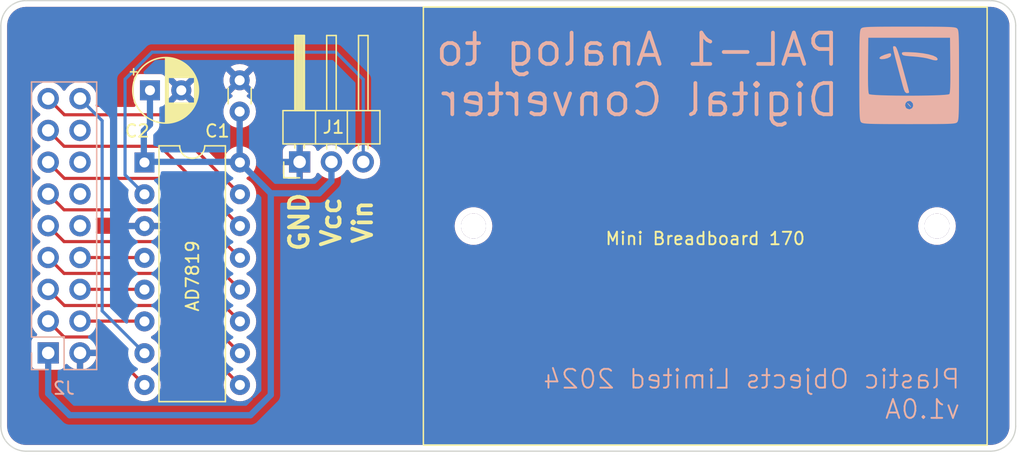
<source format=kicad_pcb>
(kicad_pcb (version 20221018) (generator pcbnew)
  (layers (0 "F.Cu" signal) (31 "B.Cu" signal) (34 "B.Paste" user) (35 "F.Paste" user) (36 "B.SilkS" user "B.Silkscreen") (37 "F.SilkS" user "F.Silkscreen") (38 "B.Mask" user) (39 "F.Mask" user) (44 "Edge.Cuts" user))
  (net 0 "")
  (net 1 "VCC")
  (net 2 "GND")
  (net 3 "PB0")
  (net 4 "PA0")
  (net 5 "PB1")
  (net 6 "PA1")
  (net 7 "PB2")
  (net 8 "PA2")
  (net 9 "Net-(J1-Pin_3)")
  (net 10 "PB3")
  (net 12 "PB4")
  (net 14 "PB5")
  (net 16 "PB6")
  (net 17 "PB7")
  (net 18 "PA7")
  (footprint "Package_DIP:DIP-16_W7.62mm" (layer "F.Cu") (at 124.46 71.9328)
    (fp_text reference "U1" hide)
    (fp_text value "AD7819" (at 3.8354 9.0678 90) (layer "F.SilkS"))
    (fp_line (start 1.16 -1.33) (end 1.16 19.11) (stroke (width 0.12)) (layer "F.SilkS"))
    (fp_line (start 1.16 19.11) (end 6.46 19.11) (stroke (width 0.12)) (layer "F.SilkS"))
    (fp_line (start 2.81 -1.33) (end 1.16 -1.33) (stroke (width 0.12)) (layer "F.SilkS"))
    (fp_line (start 6.46 -1.33) (end 4.81 -1.33) (stroke (width 0.12)) (layer "F.SilkS"))
    (fp_line (start 6.46 19.11) (end 6.46 -1.33) (stroke (width 0.12)) (layer "F.SilkS"))
    (fp_arc (start 4.81 -1.33) (mid 3.81 -0.33) (end 2.81 -1.33) (stroke (width 0.12)) (layer "F.SilkS"))
    (pad "1" thru_hole rect (at 0 0) (size 1.6 1.6) (drill 0.8) (layers "*.Cu" "*.Mask") (net 1 "VCC"))
    (pad "2" thru_hole oval (at 0 2.54) (size 1.6 1.6) (drill 0.8) (layers "*.Cu" "*.Mask") (net 9 "Net-(J1-Pin_3)"))
    (pad "3" thru_hole oval (at 0 5.08) (size 1.6 1.6) (drill 0.8) (layers "*.Cu" "*.Mask") (net 2 "GND"))
    (pad "4" thru_hole oval (at 0 7.62) (size 1.6 1.6) (drill 0.8) (layers "*.Cu" "*.Mask") (net 8 "PA2"))
    (pad "5" thru_hole oval (at 0 10.16) (size 1.6 1.6) (drill 0.8) (layers "*.Cu" "*.Mask") (net 6 "PA1"))
    (pad "6" thru_hole oval (at 0 12.7) (size 1.6 1.6) (drill 0.8) (layers "*.Cu" "*.Mask") (net 4 "PA0"))
    (pad "7" thru_hole oval (at 0 15.24) (size 1.6 1.6) (drill 0.8) (layers "*.Cu" "*.Mask") (net 18 "PA7"))
    (pad "8" thru_hole oval (at 0 17.78) (size 1.6 1.6) (drill 0.8) (layers "*.Cu" "*.Mask") (net 3 "PB0"))
    (pad "9" thru_hole oval (at 7.62 17.78) (size 1.6 1.6) (drill 0.8) (layers "*.Cu" "*.Mask") (net 5 "PB1"))
    (pad "10" thru_hole oval (at 7.62 15.24) (size 1.6 1.6) (drill 0.8) (layers "*.Cu" "*.Mask") (net 7 "PB2"))
    (pad "11" thru_hole oval (at 7.62 12.7) (size 1.6 1.6) (drill 0.8) (layers "*.Cu" "*.Mask") (net 10 "PB3"))
    (pad "12" thru_hole oval (at 7.62 10.16) (size 1.6 1.6) (drill 0.8) (layers "*.Cu" "*.Mask") (net 12 "PB4"))
    (pad "13" thru_hole oval (at 7.62 7.62) (size 1.6 1.6) (drill 0.8) (layers "*.Cu" "*.Mask") (net 14 "PB5"))
    (pad "14" thru_hole oval (at 7.62 5.08) (size 1.6 1.6) (drill 0.8) (layers "*.Cu" "*.Mask") (net 16 "PB6"))
    (pad "15" thru_hole oval (at 7.62 2.54) (size 1.6 1.6) (drill 0.8) (layers "*.Cu" "*.Mask") (net 17 "PB7"))
    (pad "16" thru_hole oval (at 7.62 0) (size 1.6 1.6) (drill 0.8) (layers "*.Cu" "*.Mask") (net 1 "VCC"))
  )
  (footprint "Proto:Mini Breadboard 170" (layer "F.Cu") (at 169.2222 77.0128)
    (fp_text reference "BB1" hide)
    (fp_text value "Mini Breadboard 170" (at 0 1 unlocked) (layer "F.SilkS"))
    (fp_rect (start -22.5 -17.5) (end 22.5 17.5) (stroke (width 0.12)) (fill none) (layer "F.SilkS"))
    (pad "" np_thru_hole custom (at -18.5 0) (size 2 2) (drill 2) (layers "F&B.Cu" "*.Mask") (options (clearance outline) (anchor circle)) (primitives))
    (pad "" np_thru_hole custom (at 18.5 0) (size 2 2) (drill 2) (layers "F&B.Cu" "*.Mask") (options (clearance outline) (anchor circle)) (primitives))
  )
  (footprint "Connector_PinHeader_2.54mm:PinHeader_1x03_P2.54mm_Horizontal" (layer "F.Cu") (at 136.8448 71.8882 90)
    (fp_text reference "J1" (at 2.7748 2.7028) (layer "F.SilkS"))
    (fp_text value "Conn_01x03_Pin")
    (fp_line (start -1.27 -1.27) (end 0 -1.27) (stroke (width 0.12)) (layer "F.SilkS"))
    (fp_line (start -1.27 0) (end -1.27 -1.27) (stroke (width 0.12)) (layer "F.SilkS"))
    (fp_line (start 1.042929 2.16) (end 1.44 2.16) (stroke (width 0.12)) (layer "F.SilkS"))
    (fp_line (start 1.042929 2.92) (end 1.44 2.92) (stroke (width 0.12)) (layer "F.SilkS"))
    (fp_line (start 1.042929 4.7) (end 1.44 4.7) (stroke (width 0.12)) (layer "F.SilkS"))
    (fp_line (start 1.042929 5.46) (end 1.44 5.46) (stroke (width 0.12)) (layer "F.SilkS"))
    (fp_line (start 1.11 -0.38) (end 1.44 -0.38) (stroke (width 0.12)) (layer "F.SilkS"))
    (fp_line (start 1.11 0.38) (end 1.44 0.38) (stroke (width 0.12)) (layer "F.SilkS"))
    (fp_line (start 1.44 -1.33) (end 1.44 6.41) (stroke (width 0.12)) (layer "F.SilkS"))
    (fp_line (start 1.44 1.27) (end 4.1 1.27) (stroke (width 0.12)) (layer "F.SilkS"))
    (fp_line (start 1.44 3.81) (end 4.1 3.81) (stroke (width 0.12)) (layer "F.SilkS"))
    (fp_line (start 1.44 6.41) (end 4.1 6.41) (stroke (width 0.12)) (layer "F.SilkS"))
    (fp_line (start 4.1 -1.33) (end 1.44 -1.33) (stroke (width 0.12)) (layer "F.SilkS"))
    (fp_line (start 4.1 -0.38) (end 10.1 -0.38) (stroke (width 0.12)) (layer "F.SilkS"))
    (fp_line (start 4.1 -0.32) (end 10.1 -0.32) (stroke (width 0.12)) (layer "F.SilkS"))
    (fp_line (start 4.1 -0.2) (end 10.1 -0.2) (stroke (width 0.12)) (layer "F.SilkS"))
    (fp_line (start 4.1 -0.08) (end 10.1 -0.08) (stroke (width 0.12)) (layer "F.SilkS"))
    (fp_line (start 4.1 0.04) (end 10.1 0.04) (stroke (width 0.12)) (layer "F.SilkS"))
    (fp_line (start 4.1 0.16) (end 10.1 0.16) (stroke (width 0.12)) (layer "F.SilkS"))
    (fp_line (start 4.1 0.28) (end 10.1 0.28) (stroke (width 0.12)) (layer "F.SilkS"))
    (fp_line (start 4.1 2.16) (end 10.1 2.16) (stroke (width 0.12)) (layer "F.SilkS"))
    (fp_line (start 4.1 4.7) (end 10.1 4.7) (stroke (width 0.12)) (layer "F.SilkS"))
    (fp_line (start 4.1 6.41) (end 4.1 -1.33) (stroke (width 0.12)) (layer "F.SilkS"))
    (fp_line (start 10.1 -0.38) (end 10.1 0.38) (stroke (width 0.12)) (layer "F.SilkS"))
    (fp_line (start 10.1 0.38) (end 4.1 0.38) (stroke (width 0.12)) (layer "F.SilkS"))
    (fp_line (start 10.1 2.16) (end 10.1 2.92) (stroke (width 0.12)) (layer "F.SilkS"))
    (fp_line (start 10.1 2.92) (end 4.1 2.92) (stroke (width 0.12)) (layer "F.SilkS"))
    (fp_line (start 10.1 4.7) (end 10.1 5.46) (stroke (width 0.12)) (layer "F.SilkS"))
    (fp_line (start 10.1 5.46) (end 4.1 5.46) (stroke (width 0.12)) (layer "F.SilkS"))
    (pad "1" thru_hole rect (at 0 0 90) (size 1.7 1.7) (drill 1) (layers "*.Cu" "*.Mask") (net 2 "GND"))
    (pad "2" thru_hole oval (at 0 2.54 90) (size 1.7 1.7) (drill 1) (layers "*.Cu" "*.Mask") (net 1 "VCC"))
    (pad "3" thru_hole oval (at 0 5.08 90) (size 1.7 1.7) (drill 1) (layers "*.Cu" "*.Mask") (net 9 "Net-(J1-Pin_3)"))
  )
  (footprint "Capacitor_THT:CP_Radial_D5.0mm_P2.50mm" (layer "F.Cu") (at 124.898975 66.167)
    (fp_text reference "C2" (at -1.023175 3.2512) (layer "F.SilkS"))
    (fp_text value "10uF")
    (fp_line (start -1.554775 -1.475) (end -1.054775 -1.475) (stroke (width 0.12)) (layer "F.SilkS"))
    (fp_line (start -1.304775 -1.725) (end -1.304775 -1.225) (stroke (width 0.12)) (layer "F.SilkS"))
    (fp_line (start 1.25 -2.58) (end 1.25 2.58) (stroke (width 0.12)) (layer "F.SilkS"))
    (fp_line (start 1.29 -2.58) (end 1.29 2.58) (stroke (width 0.12)) (layer "F.SilkS"))
    (fp_line (start 1.33 -2.579) (end 1.33 2.579) (stroke (width 0.12)) (layer "F.SilkS"))
    (fp_line (start 1.37 -2.578) (end 1.37 2.578) (stroke (width 0.12)) (layer "F.SilkS"))
    (fp_line (start 1.41 -2.576) (end 1.41 2.576) (stroke (width 0.12)) (layer "F.SilkS"))
    (fp_line (start 1.45 -2.573) (end 1.45 2.573) (stroke (width 0.12)) (layer "F.SilkS"))
    (fp_line (start 1.49 -2.569) (end 1.49 -1.04) (stroke (width 0.12)) (layer "F.SilkS"))
    (fp_line (start 1.49 1.04) (end 1.49 2.569) (stroke (width 0.12)) (layer "F.SilkS"))
    (fp_line (start 1.53 -2.565) (end 1.53 -1.04) (stroke (width 0.12)) (layer "F.SilkS"))
    (fp_line (start 1.53 1.04) (end 1.53 2.565) (stroke (width 0.12)) (layer "F.SilkS"))
    (fp_line (start 1.57 -2.561) (end 1.57 -1.04) (stroke (width 0.12)) (layer "F.SilkS"))
    (fp_line (start 1.57 1.04) (end 1.57 2.561) (stroke (width 0.12)) (layer "F.SilkS"))
    (fp_line (start 1.61 -2.556) (end 1.61 -1.04) (stroke (width 0.12)) (layer "F.SilkS"))
    (fp_line (start 1.61 1.04) (end 1.61 2.556) (stroke (width 0.12)) (layer "F.SilkS"))
    (fp_line (start 1.65 -2.55) (end 1.65 -1.04) (stroke (width 0.12)) (layer "F.SilkS"))
    (fp_line (start 1.65 1.04) (end 1.65 2.55) (stroke (width 0.12)) (layer "F.SilkS"))
    (fp_line (start 1.69 -2.543) (end 1.69 -1.04) (stroke (width 0.12)) (layer "F.SilkS"))
    (fp_line (start 1.69 1.04) (end 1.69 2.543) (stroke (width 0.12)) (layer "F.SilkS"))
    (fp_line (start 1.73 -2.536) (end 1.73 -1.04) (stroke (width 0.12)) (layer "F.SilkS"))
    (fp_line (start 1.73 1.04) (end 1.73 2.536) (stroke (width 0.12)) (layer "F.SilkS"))
    (fp_line (start 1.77 -2.528) (end 1.77 -1.04) (stroke (width 0.12)) (layer "F.SilkS"))
    (fp_line (start 1.77 1.04) (end 1.77 2.528) (stroke (width 0.12)) (layer "F.SilkS"))
    (fp_line (start 1.81 -2.52) (end 1.81 -1.04) (stroke (width 0.12)) (layer "F.SilkS"))
    (fp_line (start 1.81 1.04) (end 1.81 2.52) (stroke (width 0.12)) (layer "F.SilkS"))
    (fp_line (start 1.85 -2.511) (end 1.85 -1.04) (stroke (width 0.12)) (layer "F.SilkS"))
    (fp_line (start 1.85 1.04) (end 1.85 2.511) (stroke (width 0.12)) (layer "F.SilkS"))
    (fp_line (start 1.89 -2.501) (end 1.89 -1.04) (stroke (width 0.12)) (layer "F.SilkS"))
    (fp_line (start 1.89 1.04) (end 1.89 2.501) (stroke (width 0.12)) (layer "F.SilkS"))
    (fp_line (start 1.93 -2.491) (end 1.93 -1.04) (stroke (width 0.12)) (layer "F.SilkS"))
    (fp_line (start 1.93 1.04) (end 1.93 2.491) (stroke (width 0.12)) (layer "F.SilkS"))
    (fp_line (start 1.971 -2.48) (end 1.971 -1.04) (stroke (width 0.12)) (layer "F.SilkS"))
    (fp_line (start 1.971 1.04) (end 1.971 2.48) (stroke (width 0.12)) (layer "F.SilkS"))
    (fp_line (start 2.011 -2.468) (end 2.011 -1.04) (stroke (width 0.12)) (layer "F.SilkS"))
    (fp_line (start 2.011 1.04) (end 2.011 2.468) (stroke (width 0.12)) (layer "F.SilkS"))
    (fp_line (start 2.051 -2.455) (end 2.051 -1.04) (stroke (width 0.12)) (layer "F.SilkS"))
    (fp_line (start 2.051 1.04) (end 2.051 2.455) (stroke (width 0.12)) (layer "F.SilkS"))
    (fp_line (start 2.091 -2.442) (end 2.091 -1.04) (stroke (width 0.12)) (layer "F.SilkS"))
    (fp_line (start 2.091 1.04) (end 2.091 2.442) (stroke (width 0.12)) (layer "F.SilkS"))
    (fp_line (start 2.131 -2.428) (end 2.131 -1.04) (stroke (width 0.12)) (layer "F.SilkS"))
    (fp_line (start 2.131 1.04) (end 2.131 2.428) (stroke (width 0.12)) (layer "F.SilkS"))
    (fp_line (start 2.171 -2.414) (end 2.171 -1.04) (stroke (width 0.12)) (layer "F.SilkS"))
    (fp_line (start 2.171 1.04) (end 2.171 2.414) (stroke (width 0.12)) (layer "F.SilkS"))
    (fp_line (start 2.211 -2.398) (end 2.211 -1.04) (stroke (width 0.12)) (layer "F.SilkS"))
    (fp_line (start 2.211 1.04) (end 2.211 2.398) (stroke (width 0.12)) (layer "F.SilkS"))
    (fp_line (start 2.251 -2.382) (end 2.251 -1.04) (stroke (width 0.12)) (layer "F.SilkS"))
    (fp_line (start 2.251 1.04) (end 2.251 2.382) (stroke (width 0.12)) (layer "F.SilkS"))
    (fp_line (start 2.291 -2.365) (end 2.291 -1.04) (stroke (width 0.12)) (layer "F.SilkS"))
    (fp_line (start 2.291 1.04) (end 2.291 2.365) (stroke (width 0.12)) (layer "F.SilkS"))
    (fp_line (start 2.331 -2.348) (end 2.331 -1.04) (stroke (width 0.12)) (layer "F.SilkS"))
    (fp_line (start 2.331 1.04) (end 2.331 2.348) (stroke (width 0.12)) (layer "F.SilkS"))
    (fp_line (start 2.371 -2.329) (end 2.371 -1.04) (stroke (width 0.12)) (layer "F.SilkS"))
    (fp_line (start 2.371 1.04) (end 2.371 2.329) (stroke (width 0.12)) (layer "F.SilkS"))
    (fp_line (start 2.411 -2.31) (end 2.411 -1.04) (stroke (width 0.12)) (layer "F.SilkS"))
    (fp_line (start 2.411 1.04) (end 2.411 2.31) (stroke (width 0.12)) (layer "F.SilkS"))
    (fp_line (start 2.451 -2.29) (end 2.451 -1.04) (stroke (width 0.12)) (layer "F.SilkS"))
    (fp_line (start 2.451 1.04) (end 2.451 2.29) (stroke (width 0.12)) (layer "F.SilkS"))
    (fp_line (start 2.491 -2.268) (end 2.491 -1.04) (stroke (width 0.12)) (layer "F.SilkS"))
    (fp_line (start 2.491 1.04) (end 2.491 2.268) (stroke (width 0.12)) (layer "F.SilkS"))
    (fp_line (start 2.531 -2.247) (end 2.531 -1.04) (stroke (width 0.12)) (layer "F.SilkS"))
    (fp_line (start 2.531 1.04) (end 2.531 2.247) (stroke (width 0.12)) (layer "F.SilkS"))
    (fp_line (start 2.571 -2.224) (end 2.571 -1.04) (stroke (width 0.12)) (layer "F.SilkS"))
    (fp_line (start 2.571 1.04) (end 2.571 2.224) (stroke (width 0.12)) (layer "F.SilkS"))
    (fp_line (start 2.611 -2.2) (end 2.611 -1.04) (stroke (width 0.12)) (layer "F.SilkS"))
    (fp_line (start 2.611 1.04) (end 2.611 2.2) (stroke (width 0.12)) (layer "F.SilkS"))
    (fp_line (start 2.651 -2.175) (end 2.651 -1.04) (stroke (width 0.12)) (layer "F.SilkS"))
    (fp_line (start 2.651 1.04) (end 2.651 2.175) (stroke (width 0.12)) (layer "F.SilkS"))
    (fp_line (start 2.691 -2.149) (end 2.691 -1.04) (stroke (width 0.12)) (layer "F.SilkS"))
    (fp_line (start 2.691 1.04) (end 2.691 2.149) (stroke (width 0.12)) (layer "F.SilkS"))
    (fp_line (start 2.731 -2.122) (end 2.731 -1.04) (stroke (width 0.12)) (layer "F.SilkS"))
    (fp_line (start 2.731 1.04) (end 2.731 2.122) (stroke (width 0.12)) (layer "F.SilkS"))
    (fp_line (start 2.771 -2.095) (end 2.771 -1.04) (stroke (width 0.12)) (layer "F.SilkS"))
    (fp_line (start 2.771 1.04) (end 2.771 2.095) (stroke (width 0.12)) (layer "F.SilkS"))
    (fp_line (start 2.811 -2.065) (end 2.811 -1.04) (stroke (width 0.12)) (layer "F.SilkS"))
    (fp_line (start 2.811 1.04) (end 2.811 2.065) (stroke (width 0.12)) (layer "F.SilkS"))
    (fp_line (start 2.851 -2.035) (end 2.851 -1.04) (stroke (width 0.12)) (layer "F.SilkS"))
    (fp_line (start 2.851 1.04) (end 2.851 2.035) (stroke (width 0.12)) (layer "F.SilkS"))
    (fp_line (start 2.891 -2.004) (end 2.891 -1.04) (stroke (width 0.12)) (layer "F.SilkS"))
    (fp_line (start 2.891 1.04) (end 2.891 2.004) (stroke (width 0.12)) (layer "F.SilkS"))
    (fp_line (start 2.931 -1.971) (end 2.931 -1.04) (stroke (width 0.12)) (layer "F.SilkS"))
    (fp_line (start 2.931 1.04) (end 2.931 1.971) (stroke (width 0.12)) (layer "F.SilkS"))
    (fp_line (start 2.971 -1.937) (end 2.971 -1.04) (stroke (width 0.12)) (layer "F.SilkS"))
    (fp_line (start 2.971 1.04) (end 2.971 1.937) (stroke (width 0.12)) (layer "F.SilkS"))
    (fp_line (start 3.011 -1.901) (end 3.011 -1.04) (stroke (width 0.12)) (layer "F.SilkS"))
    (fp_line (start 3.011 1.04) (end 3.011 1.901) (stroke (width 0.12)) (layer "F.SilkS"))
    (fp_line (start 3.051 -1.864) (end 3.051 -1.04) (stroke (width 0.12)) (layer "F.SilkS"))
    (fp_line (start 3.051 1.04) (end 3.051 1.864) (stroke (width 0.12)) (layer "F.SilkS"))
    (fp_line (start 3.091 -1.826) (end 3.091 -1.04) (stroke (width 0.12)) (layer "F.SilkS"))
    (fp_line (start 3.091 1.04) (end 3.091 1.826) (stroke (width 0.12)) (layer "F.SilkS"))
    (fp_line (start 3.131 -1.785) (end 3.131 -1.04) (stroke (width 0.12)) (layer "F.SilkS"))
    (fp_line (start 3.131 1.04) (end 3.131 1.785) (stroke (width 0.12)) (layer "F.SilkS"))
    (fp_line (start 3.171 -1.743) (end 3.171 -1.04) (stroke (width 0.12)) (layer "F.SilkS"))
    (fp_line (start 3.171 1.04) (end 3.171 1.743) (stroke (width 0.12)) (layer "F.SilkS"))
    (fp_line (start 3.211 -1.699) (end 3.211 -1.04) (stroke (width 0.12)) (layer "F.SilkS"))
    (fp_line (start 3.211 1.04) (end 3.211 1.699) (stroke (width 0.12)) (layer "F.SilkS"))
    (fp_line (start 3.251 -1.653) (end 3.251 -1.04) (stroke (width 0.12)) (layer "F.SilkS"))
    (fp_line (start 3.251 1.04) (end 3.251 1.653) (stroke (width 0.12)) (layer "F.SilkS"))
    (fp_line (start 3.291 -1.605) (end 3.291 -1.04) (stroke (width 0.12)) (layer "F.SilkS"))
    (fp_line (start 3.291 1.04) (end 3.291 1.605) (stroke (width 0.12)) (layer "F.SilkS"))
    (fp_line (start 3.331 -1.554) (end 3.331 -1.04) (stroke (width 0.12)) (layer "F.SilkS"))
    (fp_line (start 3.331 1.04) (end 3.331 1.554) (stroke (width 0.12)) (layer "F.SilkS"))
    (fp_line (start 3.371 -1.5) (end 3.371 -1.04) (stroke (width 0.12)) (layer "F.SilkS"))
    (fp_line (start 3.371 1.04) (end 3.371 1.5) (stroke (width 0.12)) (layer "F.SilkS"))
    (fp_line (start 3.411 -1.443) (end 3.411 -1.04) (stroke (width 0.12)) (layer "F.SilkS"))
    (fp_line (start 3.411 1.04) (end 3.411 1.443) (stroke (width 0.12)) (layer "F.SilkS"))
    (fp_line (start 3.451 -1.383) (end 3.451 -1.04) (stroke (width 0.12)) (layer "F.SilkS"))
    (fp_line (start 3.451 1.04) (end 3.451 1.383) (stroke (width 0.12)) (layer "F.SilkS"))
    (fp_line (start 3.491 -1.319) (end 3.491 -1.04) (stroke (width 0.12)) (layer "F.SilkS"))
    (fp_line (start 3.491 1.04) (end 3.491 1.319) (stroke (width 0.12)) (layer "F.SilkS"))
    (fp_line (start 3.531 -1.251) (end 3.531 -1.04) (stroke (width 0.12)) (layer "F.SilkS"))
    (fp_line (start 3.531 1.04) (end 3.531 1.251) (stroke (width 0.12)) (layer "F.SilkS"))
    (fp_line (start 3.571 -1.178) (end 3.571 1.178) (stroke (width 0.12)) (layer "F.SilkS"))
    (fp_line (start 3.611 -1.098) (end 3.611 1.098) (stroke (width 0.12)) (layer "F.SilkS"))
    (fp_line (start 3.651 -1.011) (end 3.651 1.011) (stroke (width 0.12)) (layer "F.SilkS"))
    (fp_line (start 3.691 -0.915) (end 3.691 0.915) (stroke (width 0.12)) (layer "F.SilkS"))
    (fp_line (start 3.731 -0.805) (end 3.731 0.805) (stroke (width 0.12)) (layer "F.SilkS"))
    (fp_line (start 3.771 -0.677) (end 3.771 0.677) (stroke (width 0.12)) (layer "F.SilkS"))
    (fp_line (start 3.811 -0.518) (end 3.811 0.518) (stroke (width 0.12)) (layer "F.SilkS"))
    (fp_line (start 3.851 -0.284) (end 3.851 0.284) (stroke (width 0.12)) (layer "F.SilkS"))
    (fp_circle (center 1.25 0) (end 3.87 0) (stroke (width 0.12)) (fill none) (layer "F.SilkS"))
    (pad "1" thru_hole rect (at 0 0) (size 1.6 1.6) (drill 0.8) (layers "*.Cu" "*.Mask") (net 1 "VCC"))
    (pad "2" thru_hole circle (at 2.5 0) (size 1.6 1.6) (drill 0.8) (layers "*.Cu" "*.Mask") (net 2 "GND"))
  )
  (footprint "Capacitor_THT:C_Disc_D3.0mm_W1.6mm_P2.50mm" (layer "F.Cu") (at 132.0592 67.867 90)
    (fp_text reference "C1" (at -1.5512 -1.7826 180) (layer "F.SilkS"))
    (fp_text value "0.1uF")
    (fp_line (start 0.621 -0.92) (end 1.879 -0.92) (stroke (width 0.12)) (layer "F.SilkS"))
    (fp_line (start 0.621 0.92) (end 1.879 0.92) (stroke (width 0.12)) (layer "F.SilkS"))
    (pad "1" thru_hole circle (at 0 0 90) (size 1.6 1.6) (drill 0.8) (layers "*.Cu" "*.Mask") (net 1 "VCC"))
    (pad "2" thru_hole circle (at 2.5 0 90) (size 1.6 1.6) (drill 0.8) (layers "*.Cu" "*.Mask") (net 2 "GND"))
  )
  (footprint "Connector_PinHeader_2.54mm:PinHeader_2x09_P2.54mm_Vertical" (layer "B.Cu") (at 116.775 87.15)
    (fp_text reference "J2" (at 1.2588 2.8168) (layer "B.SilkS") (effects (justify mirror)))
    (fp_text value "Conn_RIOT")
    (fp_line (start -1.33 -21.65) (end 3.87 -21.65) (stroke (width 0.12)) (layer "B.SilkS"))
    (fp_line (start -1.33 -1.27) (end -1.33 -21.65) (stroke (width 0.12)) (layer "B.SilkS"))
    (fp_line (start -1.33 -1.27) (end 1.27 -1.27) (stroke (width 0.12)) (layer "B.SilkS"))
    (fp_line (start -1.33 0) (end -1.33 1.33) (stroke (width 0.12)) (layer "B.SilkS"))
    (fp_line (start -1.33 1.33) (end 0 1.33) (stroke (width 0.12)) (layer "B.SilkS"))
    (fp_line (start 1.27 -1.27) (end 1.27 1.33) (stroke (width 0.12)) (layer "B.SilkS"))
    (fp_line (start 1.27 1.33) (end 3.87 1.33) (stroke (width 0.12)) (layer "B.SilkS"))
    (fp_line (start 3.87 1.33) (end 3.87 -21.65) (stroke (width 0.12)) (layer "B.SilkS"))
    (pad "1" thru_hole rect (at 0 0) (size 1.7 1.7) (drill 1) (layers "*.Cu" "*.Mask") (net 1 "VCC"))
    (pad "2" thru_hole oval (at 2.54 0) (size 1.7 1.7) (drill 1) (layers "*.Cu" "*.Mask") (net 2 "GND"))
    (pad "3" thru_hole oval (at 0 -2.54) (size 1.7 1.7) (drill 1) (layers "*.Cu" "*.Mask") (net 3 "PB0"))
    (pad "4" thru_hole oval (at 2.54 -2.54) (size 1.7 1.7) (drill 1) (layers "*.Cu" "*.Mask") (net 4 "PA0"))
    (pad "5" thru_hole oval (at 0 -5.08) (size 1.7 1.7) (drill 1) (layers "*.Cu" "*.Mask") (net 5 "PB1"))
    (pad "6" thru_hole oval (at 2.54 -5.08) (size 1.7 1.7) (drill 1) (layers "*.Cu" "*.Mask") (net 6 "PA1"))
    (pad "7" thru_hole oval (at 0 -7.62) (size 1.7 1.7) (drill 1) (layers "*.Cu" "*.Mask") (net 7 "PB2"))
    (pad "8" thru_hole oval (at 2.54 -7.62) (size 1.7 1.7) (drill 1) (layers "*.Cu" "*.Mask") (net 8 "PA2"))
    (pad "9" thru_hole oval (at 0 -10.16) (size 1.7 1.7) (drill 1) (layers "*.Cu" "*.Mask") (net 10 "PB3"))
    (pad "10" thru_hole oval (at 2.54 -10.16) (size 1.7 1.7) (drill 1) (layers "*.Cu" "*.Mask"))
    (pad "11" thru_hole oval (at 0 -12.7) (size 1.7 1.7) (drill 1) (layers "*.Cu" "*.Mask") (net 12 "PB4"))
    (pad "12" thru_hole oval (at 2.54 -12.7) (size 1.7 1.7) (drill 1) (layers "*.Cu" "*.Mask"))
    (pad "13" thru_hole oval (at 0 -15.24) (size 1.7 1.7) (drill 1) (layers "*.Cu" "*.Mask") (net 14 "PB5"))
    (pad "14" thru_hole oval (at 2.54 -15.24) (size 1.7 1.7) (drill 1) (layers "*.Cu" "*.Mask"))
    (pad "15" thru_hole oval (at 0 -17.78) (size 1.7 1.7) (drill 1) (layers "*.Cu" "*.Mask") (net 16 "PB6"))
    (pad "16" thru_hole oval (at 2.54 -17.78) (size 1.7 1.7) (drill 1) (layers "*.Cu" "*.Mask"))
    (pad "17" thru_hole oval (at 0 -20.32) (size 1.7 1.7) (drill 1) (layers "*.Cu" "*.Mask") (net 17 "PB7"))
    (pad "18" thru_hole oval (at 2.54 -20.32) (size 1.7 1.7) (drill 1) (layers "*.Cu" "*.Mask") (net 18 "PA7"))
  )
  (footprint "Graphics:vu-meter" (layer "B.Cu") (at 185.5 64.9732 180)
    (fp_text reference "G***" hide)
    (fp_text value "LOGO" hide)
    (fp_poly (pts (xy 0.136052 -2.254212) (xy 0.042333 -2.370667) (xy -0.084897 -2.495883) (xy -0.153245 -2.54) (xy -0.136052 -2.487121) (xy -0.042333 -2.370667) (xy 0.084896 -2.24545) (xy 0.153244 -2.201333)) (fill solid) (layer "B.SilkS"))
    (fp_poly (pts (xy 1.650433 1.74646) (xy 1.908079 1.6656) (xy 1.974584 1.643041) (xy 2.250164 1.521733) (xy 2.371814 1.412069) (xy 2.354887 1.32984) (xy 2.214735 1.290835) (xy 1.966711 1.310843) (xy 1.7145 1.375558) (xy 1.498902 1.491277) (xy 1.439333 1.620915) (xy 1.451107 1.725566) (xy 1.509791 1.766932)) (fill solid) (layer "B.SilkS"))
    (fp_poly (pts (xy 0.50674 1.849081) (xy 0.572971 1.814595) (xy 0.583608 1.755405) (xy 0.578983 1.725721) (xy 0.545284 1.651022) (xy 0.457315 1.599024) (xy 0.284057 1.562188) (xy -0.005511 1.53298) (xy -0.297219 1.512833) (xy -0.71602 1.474957) (xy -1.123637 1.418706) (xy -1.455892 1.353666) (xy -1.566333 1.32325) (xy -1.92856 1.220209) (xy -2.154764 1.191293) (xy -2.26125 1.236661) (xy -2.270521 1.330184) (xy -2.165286 1.457217) (xy -1.915839 1.576864) (xy -1.547299 1.682582) (xy -1.084785 1.767825) (xy -0.553415 1.82605) (xy -0.309131 1.841192) (xy 0.094051 1.858692) (xy 0.356554 1.862551)) (fill solid) (layer "B.SilkS"))
    (fp_poly (pts (xy 1.248205 2.329519) (xy 1.276294 2.308228) (xy 1.287353 2.252107) (xy 1.27831 2.145974) (xy 1.246094 1.974646) (xy 1.187631 1.722944) (xy 1.099849 1.375685) (xy 0.979676 0.917687) (xy 0.824039 0.33377) (xy 0.629867 -0.391249) (xy 0.519266 -0.804333) (xy 0.423712 -1.126245) (xy 0.338676 -1.315029) (xy 0.245721 -1.4044) (xy 0.180337 -1.424055) (xy 0.035133 -1.403548) (xy 0.004308 -1.339388) (xy 0.027382 -1.227885) (xy 0.08952 -0.978708) (xy 0.184049 -0.617227) (xy 0.304296 -0.168807) (xy 0.443589 0.341183) (xy 0.501369 0.550333) (xy 0.667673 1.143626) (xy 0.798709 1.592001) (xy 0.901464 1.914515) (xy 0.982925 2.130227) (xy 1.05008 2.258196) (xy 1.109916 2.317478) (xy 1.153228 2.328333) (xy 1.206159 2.33116)) (fill solid) (layer "B.SilkS"))
    (fp_poly (pts (xy 0.903257 3.894318) (xy 1.63781 3.892859) (xy 2.23371 3.889667) (xy 2.706296 3.884121) (xy 3.070908 3.875602) (xy 3.342885 3.863487) (xy 3.537567 3.847157) (xy 3.670294 3.825988) (xy 3.756405 3.799362) (xy 3.81124 3.766656) (xy 3.839211 3.739833) (xy 3.873563 3.688437) (xy 3.901862 3.607006) (xy 3.924683 3.480135) (xy 3.9426 3.292418) (xy 3.956189 3.028451) (xy 3.966025 2.672827) (xy 3.972682 2.21014) (xy 3.976736 1.624986) (xy 3.978761 0.901959) (xy 3.979332 0.025652) (xy 3.979333 -0.014711) (xy 3.978972 -0.892166) (xy 3.977459 -1.615821) (xy 3.974152 -2.201206) (xy 3.968408 -2.663855) (xy 3.959584 -3.019298) (xy 3.947036 -3.283069) (xy 3.930121 -3.470698) (xy 3.908197 -3.597717) (xy 3.880621 -3.679659) (xy 3.846749 -3.732055) (xy 3.8245 -3.754544) (xy 3.773642 -3.788528) (xy 3.692978 -3.816593) (xy 3.567292 -3.839294) (xy 3.38137 -3.857186) (xy 3.119996 -3.870825) (xy 2.767953 -3.880765) (xy 2.310028 -3.887563) (xy 1.731003 -3.891774) (xy 1.015665 -3.893952) (xy 0.148797 -3.894654) (xy -0.014711 -3.894667) (xy -0.903257 -3.894318) (xy -1.637811 -3.892858) (xy -2.23371 -3.889666) (xy -2.706296 -3.884121) (xy -3.070908 -3.875602) (xy -3.342885 -3.863487) (xy -3.537568 -3.847156) (xy -3.670295 -3.825988) (xy -3.756406 -3.799362) (xy -3.811241 -3.766656) (xy -3.839211 -3.739833) (xy -3.873563 -3.688436) (xy -3.901862 -3.607005) (xy -3.924683 -3.480134) (xy -3.9426 -3.292418) (xy -3.956189 -3.02845) (xy -3.966025 -2.672826) (xy -3.969283 -2.446407) (xy -0.314352 -2.446407) (xy -0.228205 -2.617386) (xy -0.047033 -2.706344) (xy 0 -2.709333) (xy 0.178952 -2.648269) (xy 0.250624 -2.5864) (xy 0.324637 -2.397538) (xy 0.278564 -2.213252) (xy 0.14846 -2.078978) (xy -0.029622 -2.040149) (xy -0.148167 -2.083841) (xy -0.292123 -2.249771) (xy -0.314352 -2.446407) (xy -3.969283 -2.446407) (xy -3.972682 -2.21014) (xy -3.976736 -1.624986) (xy -3.978761 -0.901958) (xy -3.979333 -0.025652) (xy -3.979333 0.014711) (xy -3.979314 0.061042) (xy -3.287187 0.061042) (xy -3.284415 -0.532948) (xy -3.273667 -0.976662) (xy -3.254641 -1.279549) (xy -3.227033 -1.451057) (xy -3.208418 -1.492409) (xy -3.098276 -1.525383) (xy -2.842105 -1.553497) (xy -2.46314 -1.576751) (xy -1.984614 -1.595145) (xy -1.429762 -1.60868) (xy -0.821819 -1.617355) (xy -0.184019 -1.62117) (xy 0.460403 -1.620125) (xy 1.088214 -1.61422) (xy 1.676178 -1.603456) (xy 2.201061 -1.587832) (xy 2.639629 -1.567349) (xy 2.968648 -1.542005) (xy 3.164882 -1.511802) (xy 3.208417 -1.492409) (xy 3.240792 -1.388025) (xy 3.264423 -1.157372) (xy 3.279611 -0.791002) (xy 3.286659 -0.279466) (xy 3.28587 0.386683) (xy 3.282284 0.814757) (xy 3.259667 3.005667) (xy 0 3.005667) (xy -3.259667 3.005667) (xy -3.282285 0.814757) (xy -3.287187 0.061042) (xy -3.979314 0.061042) (xy -3.978972 0.892166) (xy -3.97746 1.615821) (xy -3.974153 2.201207) (xy -3.968409 2.663855) (xy -3.959584 3.019299) (xy -3.947036 3.283069) (xy -3.930122 3.470698) (xy -3.908198 3.597717) (xy -3.880621 3.679659) (xy -3.846749 3.732055) (xy -3.8245 3.754545) (xy -3.773642 3.788529) (xy -3.692978 3.816593) (xy -3.567293 3.839294) (xy -3.38137 3.857186) (xy -3.119996 3.870825) (xy -2.767954 3.880765) (xy -2.310028 3.887563) (xy -1.731004 3.891774) (xy -1.015665 3.893953) (xy -0.148798 3.894654) (xy 0.014711 3.894667)) (fill solid) (layer "B.SilkS"))
  )
  (gr_line (start 115 95) (end 192 95) (stroke (width 0.1)) (layer "Edge.Cuts"))
  (gr_line (start 113 61) (end 113 93) (stroke (width 0.1)) (layer "Edge.Cuts"))
  (gr_line (start 115 59) (end 192 59) (stroke (width 0.1)) (layer "Edge.Cuts"))
  (gr_arc (start 192 59) (mid 193.414214 59.585786) (end 194 61) (stroke (width 0.1)) (layer "Edge.Cuts"))
  (gr_arc (start 115 95) (mid 113.585786 94.414214) (end 113 93) (stroke (width 0.1)) (layer "Edge.Cuts"))
  (gr_arc (start 113 61) (mid 113.585786 59.585786) (end 115 59) (stroke (width 0.1)) (layer "Edge.Cuts"))
  (gr_arc (start 194 93) (mid 193.414214 94.414214) (end 192 95) (stroke (width 0.1)) (layer "Edge.Cuts"))
  (gr_line (start 194 61) (end 194 93) (stroke (width 0.1)) (layer "Edge.Cuts"))
  (gr_text "PAL-1 Analog to \nDigital Converter" (at 180.0606 68.4022) (layer "B.SilkS") (effects (font (size 2.5 2.5) (thickness 0.3) bold) (justify left bottom mirror)))
  (gr_text "Plastic Objects Limited 2024\nv1.0A" (at 189.6618 92.5322) (layer "B.SilkS") (effects (font (size 1.5 1.5)) (justify left bottom mirror)))
  (gr_text "Vcc" (at 140.2334 78.809742 90) (layer "F.SilkS") (effects (font (size 1.5 1.5) (thickness 0.3) bold) (justify left bottom)))
  (gr_text "GND" (at 137.6934 79.166886 90) (layer "F.SilkS") (effects (font (size 1.5 1.5) (thickness 0.3) bold) (justify left bottom)))
  (gr_text "Vin" (at 142.748 78.559743 90) (layer "F.SilkS") (effects (font (size 1.5 1.5) (thickness 0.3) bold) (justify left bottom)))
  (segment (start 132.0592 71.852) (end 132.0292 71.882) (width 0.25) (layer "B.Cu") (net 1))
  (segment (start 124.4092 69.399975) (end 124.898975 68.9102) (width 0.5) (layer "B.Cu") (net 1))
  (segment (start 132.9182 92.1258) (end 134.5438 90.5002) (width 0.5) (layer "B.Cu") (net 1))
  (segment (start 116.775 90.4098) (end 118.491 92.1258) (width 0.5) (layer "B.Cu") (net 1))
  (segment (start 118.491 92.1258) (end 132.9182 92.1258) (width 0.5) (layer "B.Cu") (net 1))
  (segment (start 134.747 74.3966) (end 138.4046 74.3966) (width 0.5) (layer "B.Cu") (net 1))
  (segment (start 138.4046 74.3966) (end 139.3848 73.4164) (width 0.5) (layer "B.Cu") (net 1))
  (segment (start 132.0592 67.867) (end 132.0592 71.852) (width 0.5) (layer "B.Cu") (net 1))
  (segment (start 139.3848 73.4164) (end 139.3848 71.8882) (width 0.5) (layer "B.Cu") (net 1))
  (segment (start 134.5438 74.3966) (end 134.747 74.3966) (width 0.5) (layer "B.Cu") (net 1))
  (segment (start 124.4092 71.882) (end 132.0292 71.882) (width 0.5) (layer "B.Cu") (net 1))
  (segment (start 116.775 87.15) (end 116.775 90.4098) (width 0.5) (layer "B.Cu") (net 1))
  (segment (start 124.898975 66.167) (end 124.898975 68.9102) (width 0.5) (layer "B.Cu") (net 1))
  (segment (start 124.4092 71.882) (end 124.4092 69.399975) (width 0.5) (layer "B.Cu") (net 1))
  (segment (start 132.0292 71.882) (end 134.5438 74.3966) (width 0.5) (layer "B.Cu") (net 1))
  (segment (start 134.5438 90.5002) (end 134.5438 74.3966) (width 0.5) (layer "B.Cu") (net 1))
  (segment (start 120.6246 85.8774) (end 124.4092 89.662) (width 0.25) (layer "F.Cu") (net 3))
  (segment (start 116.775 84.61) (end 118.0424 85.8774) (width 0.25) (layer "F.Cu") (net 3))
  (segment (start 118.0424 85.8774) (end 120.6246 85.8774) (width 0.25) (layer "F.Cu") (net 3))
  (segment (start 119.315 84.61) (end 124.4372 84.61) (width 0.25) (layer "F.Cu") (net 4))
  (segment (start 124.4372 84.61) (end 124.46 84.6328) (width 0.25) (layer "F.Cu") (net 4))
  (segment (start 118.0678 83.3628) (end 116.775 82.07) (width 0.25) (layer "F.Cu") (net 5))
  (segment (start 125.73 83.3628) (end 118.0678 83.3628) (width 0.25) (layer "F.Cu") (net 5))
  (segment (start 132.0292 89.662) (end 125.73 83.3628) (width 0.25) (layer "F.Cu") (net 5))
  (segment (start 119.315 82.07) (end 124.4372 82.07) (width 0.25) (layer "F.Cu") (net 6))
  (segment (start 124.4372 82.07) (end 124.46 82.0928) (width 0.25) (layer "F.Cu") (net 6))
  (segment (start 125.7046 80.7974) (end 118.0424 80.7974) (width 0.25) (layer "F.Cu") (net 7))
  (segment (start 118.0424 80.7974) (end 116.775 79.53) (width 0.25) (layer "F.Cu") (net 7))
  (segment (start 132.0292 87.122) (end 125.7046 80.7974) (width 0.25) (layer "F.Cu") (net 7))
  (segment (start 124.4372 79.53) (end 124.46 79.5528) (width 0.25) (layer "F.Cu") (net 8))
  (segment (start 119.315 79.53) (end 124.4372 79.53) (width 0.25) (layer "F.Cu") (net 8))
  (segment (start 139.7508 63.119) (end 141.9248 65.293) (width 0.25) (layer "B.Cu") (net 9))
  (segment (start 124.4092 74.422) (end 122.9106 72.9234) (width 0.25) (layer "B.Cu") (net 9))
  (segment (start 122.9106 72.9234) (end 122.9106 65.278) (width 0.25) (layer "B.Cu") (net 9))
  (segment (start 122.9106 65.278) (end 125.0696 63.119) (width 0.25) (layer "B.Cu") (net 9))
  (segment (start 141.9248 65.293) (end 141.9248 71.8882) (width 0.25) (layer "B.Cu") (net 9))
  (segment (start 125.0696 63.119) (end 139.7508 63.119) (width 0.25) (layer "B.Cu") (net 9))
  (segment (start 132.0292 84.582) (end 125.7046 78.2574) (width 0.25) (layer "F.Cu") (net 10))
  (segment (start 125.7046 78.2574) (end 118.0424 78.2574) (width 0.25) (layer "F.Cu") (net 10))
  (segment (start 118.0424 78.2574) (end 116.775 76.99) (width 0.25) (layer "F.Cu") (net 10))
  (segment (start 125.7046 75.7174) (end 118.0424 75.7174) (width 0.25) (layer "F.Cu") (net 12))
  (segment (start 132.0292 82.042) (end 125.7046 75.7174) (width 0.25) (layer "F.Cu") (net 12))
  (segment (start 118.0424 75.7174) (end 116.775 74.45) (width 0.25) (layer "F.Cu") (net 12))
  (segment (start 132.0292 79.502) (end 125.73 73.2028) (width 0.25) (layer "F.Cu") (net 14))
  (segment (start 118.0678 73.2028) (end 116.775 71.91) (width 0.25) (layer "F.Cu") (net 14))
  (segment (start 125.73 73.2028) (end 118.0678 73.2028) (width 0.25) (layer "F.Cu") (net 14))
  (segment (start 118.0424 70.6374) (end 116.775 69.37) (width 0.25) (layer "F.Cu") (net 16))
  (segment (start 125.7046 70.6374) (end 118.0424 70.6374) (width 0.25) (layer "F.Cu") (net 16))
  (segment (start 132.0292 76.962) (end 125.7046 70.6374) (width 0.25) (layer "F.Cu") (net 16))
  (segment (start 125.73 68.1228) (end 128.1557 70.5485) (width 0.25) (layer "F.Cu") (net 17))
  (segment (start 128.1557 70.5485) (end 132.0292 74.422) (width 0.25) (layer "F.Cu") (net 17))
  (segment (start 118.0678 68.1228) (end 125.73 68.1228) (width 0.25) (layer "F.Cu") (net 17))
  (segment (start 116.775 66.83) (end 118.0678 68.1228) (width 0.25) (layer "F.Cu") (net 17))
  (segment (start 121.0818 68.5968) (end 121.0818 83.7946) (width 0.25) (layer "B.Cu") (net 18))
  (segment (start 121.0818 83.7946) (end 124.46 87.1728) (width 0.25) (layer "B.Cu") (net 18))
  (segment (start 119.315 66.83) (end 121.0818 68.5968) (width 0.25) (layer "B.Cu") (net 18))
  (zone (net 2) (net_name "GND") (layers "F&B.Cu") (connect_pads (clearance 0.5)) (min_thickness 0.25) (fill yes (thermal_gap 0.5) (thermal_bridge_width 0.5))
    (polygon (pts (xy 113.03 59.0042) (xy 194.6148 58.9534) (xy 194.6656 96.0374) (xy 112.9284 96.3676) (xy 112.9284 58.9534)))
  )
)
</source>
